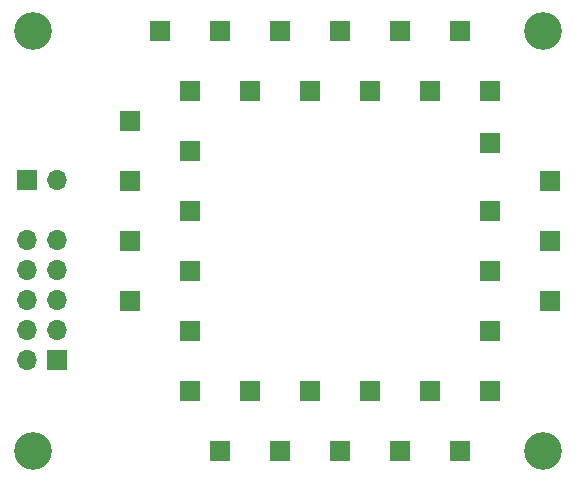
<source format=gbs>
%TF.GenerationSoftware,KiCad,Pcbnew,(6.0.0)*%
%TF.CreationDate,2022-03-13T18:43:21-04:00*%
%TF.ProjectId,Xc9572 breakout,58633935-3732-4206-9272-65616b6f7574,rev?*%
%TF.SameCoordinates,Original*%
%TF.FileFunction,Soldermask,Bot*%
%TF.FilePolarity,Negative*%
%FSLAX46Y46*%
G04 Gerber Fmt 4.6, Leading zero omitted, Abs format (unit mm)*
G04 Created by KiCad (PCBNEW (6.0.0)) date 2022-03-13 18:43:21*
%MOMM*%
%LPD*%
G01*
G04 APERTURE LIST*
%ADD10R,1.700000X1.700000*%
%ADD11C,3.200000*%
%ADD12O,1.700000X1.700000*%
G04 APERTURE END LIST*
D10*
%TO.C,J22*%
X132080000Y-45720000D03*
%TD*%
%TO.C,J12*%
X111760000Y-45720000D03*
%TD*%
%TO.C,J16*%
X106680000Y-55880000D03*
%TD*%
D11*
%TO.C,REF\u002A\u002A*%
X136525000Y-40640000D03*
%TD*%
D10*
%TO.C,J8*%
X121920000Y-45720000D03*
%TD*%
%TO.C,J24*%
X127000000Y-45720000D03*
%TD*%
%TO.C,J1*%
X95370000Y-68550000D03*
D12*
X92830000Y-68550000D03*
X95370000Y-66010000D03*
X92830000Y-66010000D03*
X95370000Y-63470000D03*
X92830000Y-63470000D03*
X95370000Y-60930000D03*
X92830000Y-60930000D03*
X95370000Y-58390000D03*
X92830000Y-58390000D03*
%TD*%
D10*
%TO.C,J30*%
X109220000Y-76200000D03*
%TD*%
%TO.C,J27*%
X106680000Y-60960000D03*
%TD*%
%TO.C,J9*%
X119380000Y-40640000D03*
%TD*%
%TO.C,J21*%
X132080000Y-50165000D03*
%TD*%
D11*
%TO.C,REF\u002A\u002A*%
X136525000Y-76200000D03*
%TD*%
D10*
%TO.C,J10*%
X116840000Y-45720000D03*
%TD*%
%TO.C,J35*%
X121920000Y-71120000D03*
%TD*%
%TO.C,J7*%
X106680000Y-45720000D03*
%TD*%
%TO.C,J28*%
X101600000Y-63500000D03*
%TD*%
%TO.C,J5*%
X106680000Y-71120000D03*
%TD*%
%TO.C,J32*%
X114300000Y-76200000D03*
%TD*%
%TO.C,J40*%
X132080000Y-66040000D03*
%TD*%
%TO.C,J20*%
X137160000Y-53340000D03*
%TD*%
D11*
%TO.C,REF\u002A\u002A*%
X93345000Y-76200000D03*
%TD*%
D10*
%TO.C,J33*%
X116840000Y-71120000D03*
%TD*%
%TO.C,J34*%
X119380000Y-76200000D03*
%TD*%
%TO.C,J4*%
X92830000Y-53315000D03*
D12*
X95370000Y-53315000D03*
%TD*%
D10*
%TO.C,J14*%
X106680000Y-50800000D03*
%TD*%
D11*
%TO.C,REF\u002A\u002A*%
X93345000Y-40640000D03*
%TD*%
D10*
%TO.C,J29*%
X106680000Y-66040000D03*
%TD*%
%TO.C,J3*%
X101600000Y-48260000D03*
%TD*%
%TO.C,J11*%
X114300000Y-40640000D03*
%TD*%
%TO.C,J36*%
X124460000Y-76200000D03*
%TD*%
%TO.C,J41*%
X137160000Y-63500000D03*
%TD*%
%TO.C,J19*%
X132080000Y-55880000D03*
%TD*%
%TO.C,J2*%
X104140000Y-40640000D03*
%TD*%
%TO.C,J23*%
X129540000Y-40640000D03*
%TD*%
%TO.C,J17*%
X132080000Y-60960000D03*
%TD*%
%TO.C,J15*%
X101600000Y-53340000D03*
%TD*%
%TO.C,J31*%
X111760000Y-71120000D03*
%TD*%
%TO.C,J26*%
X101600000Y-58420000D03*
%TD*%
%TO.C,J18*%
X137160000Y-58420000D03*
%TD*%
%TO.C,J39*%
X132080000Y-71120000D03*
%TD*%
%TO.C,J38*%
X129540000Y-76200000D03*
%TD*%
%TO.C,J13*%
X109220000Y-40640000D03*
%TD*%
%TO.C,J37*%
X127000000Y-71120000D03*
%TD*%
%TO.C,J25*%
X124460000Y-40640000D03*
%TD*%
M02*

</source>
